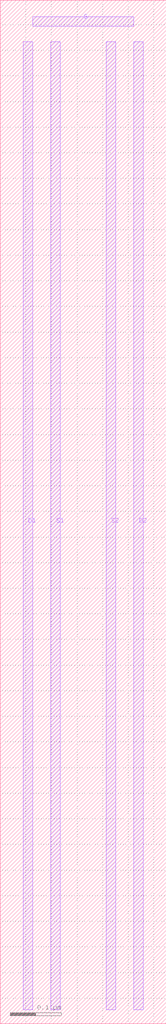
<source format=lef>
VERSION 5.7 ;
BUSBITCHARS "[]" ;
DIVIDERCHAR "/" ;

MACRO CMC_NMOS_X40
  ORIGIN 0 0 ;
  FOREIGN CMC_NMOS_X40 0 0 ;
  SIZE 0.324 BY 1.188 ;
  PIN D1
    DIRECTION INOUT ;
    USE SIGNAL ;
    PORT
      LAYER M1 ;
        RECT 0.045 0 0.063 1.089 ;
    END
  END D1
  PIN S1
    DIRECTION INOUT ;
    USE SIGNAL ;
    PORT
      LAYER M1 ;
        RECT 0.099 0.027 0.117 1.107 ;
    END
  END S1
  PIN S2
    DIRECTION INOUT ;
    USE SIGNAL ;
    PORT
      LAYER M1 ;
        RECT 0.207 0.027 0.225 1.107 ;
    END
  END S2
  PIN D2
    DIRECTION INOUT ;
    USE SIGNAL ;
    PORT
      LAYER M1 ;
        RECT 0.261 0 0.279 1.089 ;
    END
  END D2
  PIN G
    DIRECTION INOUT ;
    USE SIGNAL ;
    PORT
      LAYER M1 ;
        RECT 0.063 1.137 0.261 1.155 ;
    END
  END G
END CMC_NMOS_X40

MACRO CMC_PMOS_X40
  ORIGIN 0 0 ;
  FOREIGN CMC_PMOS_X40 0 0 ;
  SIZE 0.324 BY 1.188 ;
  PIN D1
    DIRECTION INOUT ;
    USE SIGNAL ;
    PORT
      LAYER M1 ;
        RECT 0.045 0.027 0.063 1.089 ;
    END
  END D1
  PIN S1
    DIRECTION INOUT ;
    USE SIGNAL ;
    PORT
      LAYER M1 ;
        RECT 0.099 0.045 0.117 1.107 ;
    END
  END S1
  PIN G
    DIRECTION INOUT ;
    USE SIGNAL ;
    PORT
      LAYER M1 ;
        RECT 0.063 1.137 0.261 1.155 ;
    END
  END G
  PIN D2
    DIRECTION INOUT ;
    USE SIGNAL ;
    PORT
      LAYER M1 ;
        RECT 0.261 0.027 0.279 1.089 ;
    END
  END D2
  PIN S2
    DIRECTION INOUT ;
    USE SIGNAL ;
    PORT
      LAYER M1 ;
        RECT 0.207 1.089 0.225 1.107 ;
    END
  END S2
END CMC_PMOS_X40

MACRO CMC_PMOS_X70
  ORIGIN 0 0 ;
  FOREIGN CMC_PMOS_X70 0 0 ;
  SIZE 0.324 BY 1.998 ;
  PIN G
    DIRECTION INOUT ;
    USE SIGNAL ;
    PORT
      LAYER M1 ;
        RECT 0.063 1.947 0.261 1.965 ;
    END
  END G
  PIN S1
    DIRECTION INOUT ;
    USE SIGNAL ;
    PORT
      LAYER M1 ;
        RECT 0.099 0.027 0.117 1.917 ;
    END
  END S1
  PIN D1
    DIRECTION INOUT ;
    USE SIGNAL ;
    PORT
      LAYER M1 ;
        RECT 0.045 0.027 0.063 1.917 ;
    END
  END D1
  PIN D2
    DIRECTION INOUT ;
    USE SIGNAL ;
    PORT
      LAYER M1 ;
        RECT 0.261 0.027 0.279 1.917 ;
    END
  END D2
  PIN S2
    DIRECTION INOUT ;
    USE SIGNAL ;
    PORT
      LAYER M1 ;
        RECT 0.207 0.027 0.225 1.917 ;
    END
  END S2
END CMC_PMOS_X70

MACRO DP_NMOS_X50
  ORIGIN 0 0 ;
  FOREIGN DP_NMOS_X50 0 0 ;
  SIZE 0.324 BY 1.476 ;
  PIN D2
    DIRECTION INOUT ;
    USE SIGNAL ;
    PORT
      LAYER M1 ;
        RECT 0.261 0.029 0.279 1.37 ;
    END
  END D2
  PIN S
    DIRECTION INOUT ;
    USE SIGNAL ;
    PORT
      LAYER M1 ;
        RECT 0.099 0.182 0.225 0.2 ;
    END
    PORT
      LAYER M1 ;
        RECT 0.099 0.146 0.225 0.164 ;
    END
    PORT
      LAYER M1 ;
        RECT 0.099 0.11 0.225 0.128 ;
    END
    PORT
      LAYER M1 ;
        RECT 0.099 0.074 0.225 0.092 ;
    END
    PORT
      LAYER M1 ;
        RECT 0.099 0.038 0.225 0.056 ;
    END
    PORT
      LAYER M1 ;
        RECT 0.099 0.254 0.225 0.272 ;
    END
    PORT
      LAYER M1 ;
        RECT 0.099 0.218 0.225 0.236 ;
    END
    PORT
      LAYER M1 ;
        RECT 0.099 0.29 0.225 0.308 ;
    END
    PORT
      LAYER M1 ;
        RECT 0.099 0.326 0.225 0.344 ;
    END
    PORT
      LAYER M1 ;
        RECT 0.099 0.362 0.225 0.38 ;
    END
    PORT
      LAYER M1 ;
        RECT 0.099 0.398 0.225 0.416 ;
    END
    PORT
      LAYER M1 ;
        RECT 0.099 0.434 0.225 0.452 ;
    END
    PORT
      LAYER M1 ;
        RECT 0.099 0.47 0.225 0.488 ;
    END
    PORT
      LAYER M1 ;
        RECT 0.099 0.506 0.225 0.524 ;
    END
    PORT
      LAYER M1 ;
        RECT 0.099 0.542 0.225 0.56 ;
    END
    PORT
      LAYER M1 ;
        RECT 0.099 0.578 0.225 0.596 ;
    END
    PORT
      LAYER M1 ;
        RECT 0.099 0.65 0.225 0.668 ;
    END
    PORT
      LAYER M1 ;
        RECT 0.099 0.614 0.225 0.632 ;
    END
    PORT
      LAYER M1 ;
        RECT 0.099 0.722 0.225 0.74 ;
    END
    PORT
      LAYER M1 ;
        RECT 0.099 0.686 0.225 0.704 ;
    END
    PORT
      LAYER M1 ;
        RECT 0.099 0.794 0.225 0.812 ;
    END
    PORT
      LAYER M1 ;
        RECT 0.099 0.866 0.225 0.884 ;
    END
    PORT
      LAYER M1 ;
        RECT 0.099 0.938 0.225 0.956 ;
    END
    PORT
      LAYER M1 ;
        RECT 0.099 0.974 0.225 0.992 ;
    END
    PORT
      LAYER M1 ;
        RECT 0.099 1.01 0.225 1.028 ;
    END
    PORT
      LAYER M1 ;
        RECT 0.099 1.046 0.225 1.064 ;
    END
    PORT
      LAYER M1 ;
        RECT 0.099 1.082 0.225 1.1 ;
    END
    PORT
      LAYER M1 ;
        RECT 0.099 1.118 0.225 1.136 ;
    END
    PORT
      LAYER M1 ;
        RECT 0.099 1.154 0.225 1.172 ;
    END
    PORT
      LAYER M1 ;
        RECT 0.099 1.19 0.225 1.208 ;
    END
    PORT
      LAYER M1 ;
        RECT 0.099 1.226 0.225 1.244 ;
    END
    PORT
      LAYER M1 ;
        RECT 0.099 1.262 0.225 1.28 ;
    END
    PORT
      LAYER M1 ;
        RECT 0.207 0.029 0.225 1.406 ;
    END
    PORT
      LAYER M1 ;
        RECT 0.099 1.298 0.225 1.316 ;
    END
    PORT
      LAYER M1 ;
        RECT 0.099 1.37 0.225 1.388 ;
    END
    PORT
      LAYER M1 ;
        RECT 0.099 0.029 0.117 1.406 ;
    END
  END S
  PIN D1
    DIRECTION INOUT ;
    USE SIGNAL ;
    PORT
      LAYER M1 ;
        RECT 0.045 0.029 0.063 1.37 ;
    END
  END D1
  PIN G1
    DIRECTION INOUT ;
    USE SIGNAL ;
    PORT
      LAYER M1 ;
        RECT 0.063 1.436 0.081 1.476 ;
    END
  END G1
  PIN G2
    DIRECTION INOUT ;
    USE SIGNAL ;
    PORT
      LAYER M1 ;
        RECT 0.243 1.436 0.261 1.476 ;
    END
  END G2
END DP_NMOS_X50

MACRO SCM_NMOS_X50
  ORIGIN 0 0 ;
  FOREIGN SCM_NMOS_X50 0 0 ;
  SIZE 0.324 BY 1.476 ;
  PIN D1
    DIRECTION INOUT ;
    USE SIGNAL ;
    PORT
      LAYER M1 ;
        RECT 0.045 1.436 0.063 1.454 ;
    END
  END D1
  PIN S
    DIRECTION INOUT ;
    USE SIGNAL ;
    PORT
      LAYER M1 ;
        RECT 0.099 0.182 0.225 0.2 ;
    END
    PORT
      LAYER M1 ;
        RECT 0.099 0.146 0.225 0.164 ;
    END
    PORT
      LAYER M1 ;
        RECT 0.099 0.11 0.225 0.128 ;
    END
    PORT
      LAYER M1 ;
        RECT 0.099 0.074 0.225 0.092 ;
    END
    PORT
      LAYER M1 ;
        RECT 0.099 0.038 0.225 0.056 ;
    END
    PORT
      LAYER M1 ;
        RECT 0.099 0.254 0.225 0.272 ;
    END
    PORT
      LAYER M1 ;
        RECT 0.099 0.218 0.225 0.236 ;
    END
    PORT
      LAYER M1 ;
        RECT 0.099 0.29 0.225 0.308 ;
    END
    PORT
      LAYER M1 ;
        RECT 0.099 0.326 0.225 0.344 ;
    END
    PORT
      LAYER M1 ;
        RECT 0.099 0.362 0.225 0.38 ;
    END
    PORT
      LAYER M1 ;
        RECT 0.099 0.398 0.225 0.416 ;
    END
    PORT
      LAYER M1 ;
        RECT 0.099 0.434 0.225 0.452 ;
    END
    PORT
      LAYER M1 ;
        RECT 0.099 0.47 0.225 0.488 ;
    END
    PORT
      LAYER M1 ;
        RECT 0.099 0.506 0.225 0.524 ;
    END
    PORT
      LAYER M1 ;
        RECT 0.099 0.542 0.225 0.56 ;
    END
    PORT
      LAYER M1 ;
        RECT 0.099 0.578 0.225 0.596 ;
    END
    PORT
      LAYER M1 ;
        RECT 0.099 0.65 0.225 0.668 ;
    END
    PORT
      LAYER M1 ;
        RECT 0.099 0.614 0.225 0.632 ;
    END
    PORT
      LAYER M1 ;
        RECT 0.099 0.722 0.225 0.74 ;
    END
    PORT
      LAYER M1 ;
        RECT 0.099 0.686 0.225 0.704 ;
    END
    PORT
      LAYER M1 ;
        RECT 0.099 0.794 0.225 0.812 ;
    END
    PORT
      LAYER M1 ;
        RECT 0.099 0.866 0.225 0.884 ;
    END
    PORT
      LAYER M1 ;
        RECT 0.099 0.938 0.225 0.956 ;
    END
    PORT
      LAYER M1 ;
        RECT 0.099 0.974 0.225 0.992 ;
    END
    PORT
      LAYER M1 ;
        RECT 0.099 1.01 0.225 1.028 ;
    END
    PORT
      LAYER M1 ;
        RECT 0.099 1.046 0.225 1.064 ;
    END
    PORT
      LAYER M1 ;
        RECT 0.099 1.082 0.225 1.1 ;
    END
    PORT
      LAYER M1 ;
        RECT 0.099 1.118 0.225 1.136 ;
    END
    PORT
      LAYER M1 ;
        RECT 0.099 1.154 0.225 1.172 ;
    END
    PORT
      LAYER M1 ;
        RECT 0.099 1.19 0.225 1.208 ;
    END
    PORT
      LAYER M1 ;
        RECT 0.099 1.226 0.225 1.244 ;
    END
    PORT
      LAYER M1 ;
        RECT 0.099 1.262 0.225 1.28 ;
    END
    PORT
      LAYER M1 ;
        RECT 0.207 1.388 0.225 1.406 ;
    END
    PORT
      LAYER M1 ;
        RECT 0.099 1.298 0.225 1.316 ;
    END
    PORT
      LAYER M1 ;
        RECT 0.099 1.37 0.225 1.388 ;
    END
    PORT
      LAYER M1 ;
        RECT 0.099 1.388 0.117 1.406 ;
    END
  END S
  PIN D2
    DIRECTION INOUT ;
    USE SIGNAL ;
    PORT
      LAYER M1 ;
        RECT 0.261 1.388 0.279 1.406 ;
    END
  END D2
END SCM_NMOS_X50

MACRO matching_cap_X1
  ORIGIN 0 0 ;
  FOREIGN matching_cap_X1 0 0 ;
  SIZE 0.324 BY 0.4 ;
  PIN CN1
    DIRECTION INOUT ;
    USE SIGNAL ;
    PORT
      LAYER M1 ;
        RECT 0.054 0.038 0.072 0.338 ;
    END
  END CN1
  PIN CN2
    DIRECTION INOUT ;
    USE SIGNAL ;
    PORT
      LAYER M1 ;
        RECT 0.108 0.038 0.126 0.338 ;
    END
  END CN2
  PIN CP1
    DIRECTION INOUT ;
    USE SIGNAL ;
    PORT
      LAYER M1 ;
        RECT 0.2 0.038 0.218 0.338 ;
    END
  END CP1
  PIN CP2
    DIRECTION INOUT ;
    USE SIGNAL ;
    PORT
      LAYER M1 ;
        RECT 0.261 0.038 0.279 0.338 ;
    END
  END CP2
END matching_cap_X1

MACRO nmos_rvt
  ORIGIN 0 0 ;
  FOREIGN nmos_rvt 0 0 ;
  SIZE 0.162 BY 0.351 ;
  PIN D
    DIRECTION INOUT ;
    USE SIGNAL ;
    PORT
      LAYER M1 ;
        RECT 0.045 0 0.063 0.261 ;
    END
  END D
  PIN S
    DIRECTION INOUT ;
    USE SIGNAL ;
    PORT
      LAYER M1 ;
        RECT 0.099 0 0.117 0.261 ;
    END
  END S
  PIN G
    DIRECTION INOUT ;
    USE SIGNAL ;
    PORT
      LAYER M1 ;
        RECT 0.063 0.307 0.081 0.351 ;
    END
  END G
END nmos_rvt

MACRO pmos_rvt
  ORIGIN 0 0 ;
  FOREIGN pmos_rvt 0 0 ;
  SIZE 0.162 BY 0.351 ;
  PIN D
    DIRECTION INOUT ;
    USE SIGNAL ;
    PORT
      LAYER M1 ;
        RECT 0.045 0 0.063 0.261 ;
    END
  END D
  PIN S
    DIRECTION INOUT ;
    USE SIGNAL ;
    PORT
      LAYER M1 ;
        RECT 0.099 0 0.117 0.261 ;
    END
  END S
  PIN G
    DIRECTION INOUT ;
    USE SIGNAL ;
    PORT
      LAYER M1 ;
        RECT 0.063 0.307 0.081 0.351 ;
    END
  END G
END pmos_rvt

END LIBRARY

</source>
